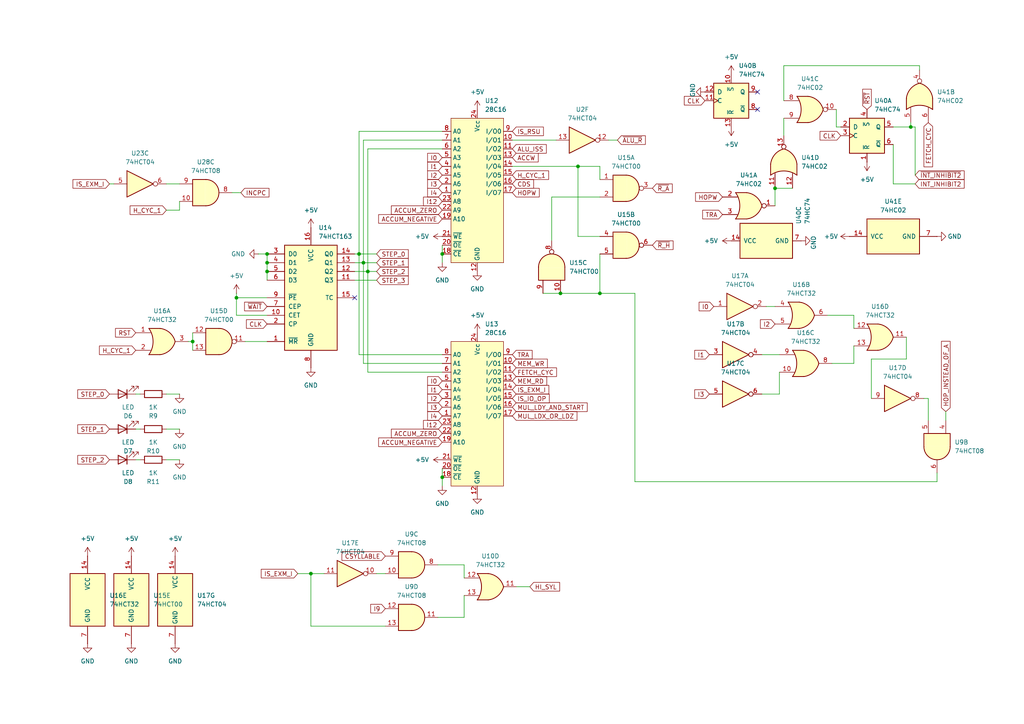
<source format=kicad_sch>
(kicad_sch (version 20250114) (generator "eeschema") (generator_version "9.0")
  (paper "A4")
  (junction (at 128.27 73.66))
  (junction (at 77.47 73.66))
  (junction (at 90.17 166.37))
  (junction (at 264.16 36.83))
  (junction (at 224.79 54.61))
  (junction (at 104.14 73.66))
  (junction (at 105.41 76.2))
  (junction (at 173.99 85.09))
  (junction (at 68.58 86.36))
  (junction (at 77.47 78.74))
  (junction (at 106.68 78.74))
  (junction (at 167.64 48.26))
  (junction (at 55.88 99.06))
  (junction (at 128.27 138.43))
  (junction (at 77.47 76.2))
  (junction (at 162.56 85.09))
  (no_connect (at 219.71 26.67))
  (no_connect (at 102.87 86.36))
  (no_connect (at 219.71 31.75))
  (wire (pts (xy 220.98 102.87) (xy 226.06 102.87)))
  (wire (pts (xy 173.99 68.58) (xy 167.64 68.58)))
  (wire (pts (xy 128.27 102.87) (xy 104.14 102.87)))
  (wire (pts (xy 68.58 86.36) (xy 77.47 86.36)))
  (wire (pts (xy 274.32 119.38) (xy 274.32 121.92)))
  (wire (pts (xy 54.61 99.06) (xy 55.88 99.06)))
  (wire (pts (xy 105.41 40.64) (xy 105.41 76.2)))
  (wire (pts (xy 259.08 53.34) (xy 265.43 53.34)))
  (wire (pts (xy 90.17 181.61) (xy 111.76 181.61)))
  (wire (pts (xy 128.27 71.12) (xy 128.27 73.66)))
  (wire (pts (xy 128.27 38.1) (xy 104.14 38.1)))
  (wire (pts (xy 48.26 114.3) (xy 52.07 114.3)))
  (wire (pts (xy 77.47 91.44) (xy 68.58 91.44)))
  (wire (pts (xy 68.58 85.09) (xy 68.58 86.36)))
  (wire (pts (xy 128.27 135.89) (xy 128.27 138.43)))
  (wire (pts (xy 134.62 179.07) (xy 127 179.07)))
  (wire (pts (xy 104.14 38.1) (xy 104.14 73.66)))
  (wire (pts (xy 40.64 114.3) (xy 39.37 114.3)))
  (wire (pts (xy 240.03 91.44) (xy 247.65 91.44)))
  (wire (pts (xy 227.33 19.05) (xy 266.7 19.05)))
  (wire (pts (xy 106.68 78.74) (xy 109.22 78.74)))
  (wire (pts (xy 128.27 40.64) (xy 105.41 40.64)))
  (wire (pts (xy 104.14 73.66) (xy 102.87 73.66)))
  (wire (pts (xy 259.08 41.91) (xy 259.08 53.34)))
  (wire (pts (xy 93.98 166.37) (xy 90.17 166.37)))
  (wire (pts (xy 262.89 97.79) (xy 262.89 104.14)))
  (wire (pts (xy 102.87 81.28) (xy 109.22 81.28)))
  (wire (pts (xy 266.7 19.05) (xy 266.7 20.32)))
  (wire (pts (xy 128.27 43.18) (xy 106.68 43.18)))
  (wire (pts (xy 264.16 36.83) (xy 264.16 35.56)))
  (wire (pts (xy 127 163.83) (xy 134.62 163.83)))
  (wire (pts (xy 269.24 115.57) (xy 269.24 121.92)))
  (wire (pts (xy 148.59 40.64) (xy 161.29 40.64)))
  (wire (pts (xy 48.26 124.46) (xy 52.07 124.46)))
  (wire (pts (xy 105.41 105.41) (xy 105.41 76.2)))
  (wire (pts (xy 265.43 36.83) (xy 264.16 36.83)))
  (wire (pts (xy 160.02 69.85) (xy 160.02 57.15)))
  (wire (pts (xy 104.14 73.66) (xy 109.22 73.66)))
  (wire (pts (xy 271.78 139.7) (xy 184.15 139.7)))
  (wire (pts (xy 226.06 114.3) (xy 226.06 107.95)))
  (wire (pts (xy 134.62 172.72) (xy 134.62 179.07)))
  (wire (pts (xy 106.68 43.18) (xy 106.68 78.74)))
  (wire (pts (xy 86.36 166.37) (xy 90.17 166.37)))
  (wire (pts (xy 184.15 85.09) (xy 173.99 85.09)))
  (wire (pts (xy 176.53 40.64) (xy 179.07 40.64)))
  (wire (pts (xy 247.65 100.33) (xy 247.65 105.41)))
  (wire (pts (xy 173.99 85.09) (xy 173.99 73.66)))
  (wire (pts (xy 40.64 124.46) (xy 39.37 124.46)))
  (wire (pts (xy 106.68 107.95) (xy 106.68 78.74)))
  (wire (pts (xy 265.43 50.8) (xy 265.43 36.83)))
  (wire (pts (xy 67.31 55.88) (xy 69.85 55.88)))
  (wire (pts (xy 74.93 73.66) (xy 77.47 73.66)))
  (wire (pts (xy 224.79 54.61) (xy 229.87 54.61)))
  (wire (pts (xy 128.27 107.95) (xy 106.68 107.95)))
  (wire (pts (xy 167.64 48.26) (xy 173.99 48.26)))
  (wire (pts (xy 162.56 85.09) (xy 173.99 85.09)))
  (wire (pts (xy 105.41 76.2) (xy 109.22 76.2)))
  (wire (pts (xy 220.98 114.3) (xy 226.06 114.3)))
  (wire (pts (xy 55.88 99.06) (xy 55.88 101.6)))
  (wire (pts (xy 242.57 36.83) (xy 243.84 36.83)))
  (wire (pts (xy 247.65 105.41) (xy 241.3 105.41)))
  (wire (pts (xy 247.65 91.44) (xy 247.65 95.25)))
  (wire (pts (xy 173.99 48.26) (xy 173.99 52.07)))
  (wire (pts (xy 31.75 53.34) (xy 33.02 53.34)))
  (wire (pts (xy 259.08 36.83) (xy 264.16 36.83)))
  (wire (pts (xy 184.15 139.7) (xy 184.15 85.09)))
  (wire (pts (xy 105.41 76.2) (xy 102.87 76.2)))
  (wire (pts (xy 224.79 59.69) (xy 224.79 54.61)))
  (wire (pts (xy 77.47 78.74) (xy 77.47 81.28)))
  (wire (pts (xy 227.33 19.05) (xy 227.33 29.21)))
  (wire (pts (xy 55.88 96.52) (xy 55.88 99.06)))
  (wire (pts (xy 271.78 137.16) (xy 271.78 139.7)))
  (wire (pts (xy 48.26 133.35) (xy 52.07 133.35)))
  (wire (pts (xy 52.07 60.96) (xy 48.26 60.96)))
  (wire (pts (xy 68.58 91.44) (xy 68.58 86.36)))
  (wire (pts (xy 52.07 58.42) (xy 52.07 60.96)))
  (wire (pts (xy 109.22 166.37) (xy 111.76 166.37)))
  (wire (pts (xy 160.02 57.15) (xy 173.99 57.15)))
  (wire (pts (xy 222.25 88.9) (xy 224.79 88.9)))
  (wire (pts (xy 149.86 170.18) (xy 153.67 170.18)))
  (wire (pts (xy 104.14 102.87) (xy 104.14 73.66)))
  (wire (pts (xy 90.17 166.37) (xy 90.17 181.61)))
  (wire (pts (xy 227.33 34.29) (xy 227.33 39.37)))
  (wire (pts (xy 267.97 115.57) (xy 269.24 115.57)))
  (wire (pts (xy 77.47 73.66) (xy 77.47 76.2)))
  (wire (pts (xy 106.68 78.74) (xy 102.87 78.74)))
  (wire (pts (xy 242.57 31.75) (xy 242.57 36.83)))
  (wire (pts (xy 71.12 99.06) (xy 77.47 99.06)))
  (wire (pts (xy 128.27 138.43) (xy 128.27 140.97)))
  (wire (pts (xy 40.64 133.35) (xy 39.37 133.35)))
  (wire (pts (xy 134.62 163.83) (xy 134.62 167.64)))
  (wire (pts (xy 252.73 104.14) (xy 252.73 115.57)))
  (wire (pts (xy 157.48 85.09) (xy 162.56 85.09)))
  (wire (pts (xy 128.27 105.41) (xy 105.41 105.41)))
  (wire (pts (xy 167.64 68.58) (xy 167.64 48.26)))
  (wire (pts (xy 262.89 104.14) (xy 252.73 104.14)))
  (wire (pts (xy 48.26 53.34) (xy 52.07 53.34)))
  (wire (pts (xy 148.59 48.26) (xy 167.64 48.26)))
  (wire (pts (xy 77.47 76.2) (xy 77.47 78.74)))
  (wire (pts (xy 128.27 73.66) (xy 128.27 76.2)))
  (global_label "FETCH_CYC" (shape input) (at 148.59 107.95 0) (property "Intersheetrefs" "${INTERSHEET_REFS}" (effects (hide yes))))
  (global_label "CLK" (shape input) (at 77.47 93.98 180) (property "Intersheetrefs" "${INTERSHEET_REFS}" (effects (hide yes))))
  (global_label "I3" (shape input) (at 128.27 118.11 180) (property "Intersheetrefs" "${INTERSHEET_REFS}" (effects (hide yes))))
  (global_label "CLK" (shape input) (at 204.47 29.21 180) (property "Intersheetrefs" "${INTERSHEET_REFS}" (effects (hide yes))))
  (global_label "STEP_3" (shape input) (at 109.22 81.28 0) (property "Intersheetrefs" "${INTERSHEET_REFS}" (effects (hide yes))))
  (global_label "INCPC" (shape input) (at 69.85 55.88 0) (property "Intersheetrefs" "${INTERSHEET_REFS}" (effects (hide yes))))
  (global_label "I2" (shape input) (at 128.27 50.8 180) (property "Intersheetrefs" "${INTERSHEET_REFS}" (effects (hide yes))))
  (global_label "I2" (shape input) (at 128.27 115.57 180) (property "Intersheetrefs" "${INTERSHEET_REFS}" (effects (hide yes))))
  (global_label "STEP_0" (shape input) (at 31.75 114.3 180) (property "Intersheetrefs" "${INTERSHEET_REFS}" (effects (hide yes))))
  (global_label "IS_RSU" (shape input) (at 148.59 38.1 0) (property "Intersheetrefs" "${INTERSHEET_REFS}" (effects (hide yes))))
  (global_label "I1" (shape input) (at 128.27 48.26 180) (property "Intersheetrefs" "${INTERSHEET_REFS}" (effects (hide yes))))
  (global_label "RST" (shape input) (at 39.37 96.52 180) (property "Intersheetrefs" "${INTERSHEET_REFS}" (effects (hide yes))))
  (global_label "MEM_RD" (shape input) (at 148.59 110.49 0) (property "Intersheetrefs" "${INTERSHEET_REFS}" (effects (hide yes))))
  (global_label "IS_EXM_I" (shape input) (at 148.59 113.03 0) (property "Intersheetrefs" "${INTERSHEET_REFS}" (effects (hide yes))))
  (global_label "HOPW" (shape input) (at 209.55 57.15 180) (property "Intersheetrefs" "${INTERSHEET_REFS}" (effects (hide yes))))
  (global_label "STEP_1" (shape input) (at 109.22 76.2 0) (property "Intersheetrefs" "${INTERSHEET_REFS}" (effects (hide yes))))
  (global_label "I1" (shape input) (at 205.74 102.87 180) (property "Intersheetrefs" "${INTERSHEET_REFS}" (effects (hide yes))))
  (global_label "I1" (shape input) (at 128.27 113.03 180) (property "Intersheetrefs" "${INTERSHEET_REFS}" (effects (hide yes))))
  (global_label "STEP_1" (shape input) (at 31.75 124.46 180) (property "Intersheetrefs" "${INTERSHEET_REFS}" (effects (hide yes))))
  (global_label "~{R_H}" (shape input) (at 189.23 71.12 0) (property "Intersheetrefs" "${INTERSHEET_REFS}" (effects (hide yes))))
  (global_label "I3" (shape input) (at 205.74 114.3 180) (property "Intersheetrefs" "${INTERSHEET_REFS}" (effects (hide yes))))
  (global_label "MEM_WR" (shape input) (at 148.59 105.41 0) (property "Intersheetrefs" "${INTERSHEET_REFS}" (effects (hide yes))))
  (global_label "H_CYC_1" (shape input) (at 48.26 60.96 180) (property "Intersheetrefs" "${INTERSHEET_REFS}" (effects (hide yes))))
  (global_label "I0" (shape input) (at 128.27 45.72 180) (property "Intersheetrefs" "${INTERSHEET_REFS}" (effects (hide yes))))
  (global_label "I4" (shape input) (at 128.27 55.88 180) (property "Intersheetrefs" "${INTERSHEET_REFS}" (effects (hide yes))))
  (global_label "~{ALU_R}" (shape input) (at 179.07 40.64 0) (property "Intersheetrefs" "${INTERSHEET_REFS}" (effects (hide yes))))
  (global_label "TRA" (shape input) (at 209.55 62.23 180) (property "Intersheetrefs" "${INTERSHEET_REFS}" (effects (hide yes))))
  (global_label "I12" (shape input) (at 128.27 123.19 180) (property "Intersheetrefs" "${INTERSHEET_REFS}" (effects (hide yes))))
  (global_label "HOP_INSTEAD_OF_A" (shape input) (at 274.32 119.38 90) (property "Intersheetrefs" "${INTERSHEET_REFS}" (effects (hide yes))))
  (global_label "~{RST}" (shape input) (at 251.46 31.75 90) (property "Intersheetrefs" "${INTERSHEET_REFS}" (effects (hide yes))))
  (global_label "TRA" (shape input) (at 148.59 102.87 0) (property "Intersheetrefs" "${INTERSHEET_REFS}" (effects (hide yes))))
  (global_label "I4" (shape input) (at 128.27 120.65 180) (property "Intersheetrefs" "${INTERSHEET_REFS}" (effects (hide yes))))
  (global_label "MUL_LDY_AND_START" (shape input) (at 148.59 118.11 0) (property "Intersheetrefs" "${INTERSHEET_REFS}" (effects (hide yes))))
  (global_label "STEP_2" (shape input) (at 109.22 78.74 0) (property "Intersheetrefs" "${INTERSHEET_REFS}" (effects (hide yes))))
  (global_label "STEP_2" (shape input) (at 31.75 133.35 180) (property "Intersheetrefs" "${INTERSHEET_REFS}" (effects (hide yes))))
  (global_label "ACCW" (shape input) (at 148.59 45.72 0) (property "Intersheetrefs" "${INTERSHEET_REFS}" (effects (hide yes))))
  (global_label "H_CYC_1" (shape input) (at 39.37 101.6 180) (property "Intersheetrefs" "${INTERSHEET_REFS}" (effects (hide yes))))
  (global_label "CSYLLABLE" (shape input) (at 111.76 161.29 180) (property "Intersheetrefs" "${INTERSHEET_REFS}" (effects (hide yes))))
  (global_label "H_CYC_1" (shape input) (at 148.59 50.8 0) (property "Intersheetrefs" "${INTERSHEET_REFS}" (effects (hide yes))))
  (global_label "I0" (shape input) (at 128.27 110.49 180) (property "Intersheetrefs" "${INTERSHEET_REFS}" (effects (hide yes))))
  (global_label "IS_IO_OP" (shape input) (at 148.59 115.57 0) (property "Intersheetrefs" "${INTERSHEET_REFS}" (effects (hide yes))))
  (global_label "INT_INHIBIT2" (shape input) (at 265.43 53.34 0) (property "Intersheetrefs" "${INTERSHEET_REFS}" (effects (hide yes))))
  (global_label "I0" (shape input) (at 207.01 88.9 180) (property "Intersheetrefs" "${INTERSHEET_REFS}" (effects (hide yes))))
  (global_label "CLK" (shape input) (at 243.84 39.37 180) (property "Intersheetrefs" "${INTERSHEET_REFS}" (effects (hide yes))))
  (global_label "I2" (shape input) (at 224.79 93.98 180) (property "Intersheetrefs" "${INTERSHEET_REFS}" (effects (hide yes))))
  (global_label "ACCUM_NEGATIVE" (shape input) (at 128.27 128.27 180) (property "Intersheetrefs" "${INTERSHEET_REFS}" (effects (hide yes))))
  (global_label "~{WAIT}" (shape input) (at 77.47 88.9 180) (property "Intersheetrefs" "${INTERSHEET_REFS}" (effects (hide yes))))
  (global_label "ACCUM_ZERO" (shape input) (at 128.27 60.96 180) (property "Intersheetrefs" "${INTERSHEET_REFS}" (effects (hide yes))))
  (global_label "HI_SYL" (shape input) (at 153.67 170.18 0) (property "Intersheetrefs" "${INTERSHEET_REFS}" (effects (hide yes))))
  (global_label "ALU_ISS" (shape input) (at 148.59 43.18 0) (property "Intersheetrefs" "${INTERSHEET_REFS}" (effects (hide yes))))
  (global_label "IS_EXM_I" (shape input) (at 31.75 53.34 180) (property "Intersheetrefs" "${INTERSHEET_REFS}" (effects (hide yes))))
  (global_label "ACCUM_NEGATIVE" (shape input) (at 128.27 63.5 180) (property "Intersheetrefs" "${INTERSHEET_REFS}" (effects (hide yes))))
  (global_label "HOPW" (shape input) (at 148.59 55.88 0) (property "Intersheetrefs" "${INTERSHEET_REFS}" (effects (hide yes))))
  (global_label "~{R_A}" (shape input) (at 189.23 54.61 0) (property "Intersheetrefs" "${INTERSHEET_REFS}" (effects (hide yes))))
  (global_label "I9" (shape input) (at 111.76 176.53 180) (property "Intersheetrefs" "${INTERSHEET_REFS}" (effects (hide yes))))
  (global_label "ACCUM_ZERO" (shape input) (at 128.27 125.73 180) (property "Intersheetrefs" "${INTERSHEET_REFS}" (effects (hide yes))))
  (global_label "CDS" (shape input) (at 148.59 53.34 0) (property "Intersheetrefs" "${INTERSHEET_REFS}" (effects (hide yes))))
  (global_label "I12" (shape input) (at 128.27 58.42 180) (property "Intersheetrefs" "${INTERSHEET_REFS}" (effects (hide yes))))
  (global_label "IS_EXM_I" (shape input) (at 86.36 166.37 180) (property "Intersheetrefs" "${INTERSHEET_REFS}" (effects (hide yes))))
  (global_label "I3" (shape input) (at 128.27 53.34 180) (property "Intersheetrefs" "${INTERSHEET_REFS}" (effects (hide yes))))
  (global_label "MUL_LDX_OR_LDZ" (shape input) (at 148.59 120.65 0) (property "Intersheetrefs" "${INTERSHEET_REFS}" (effects (hide yes))))
  (global_label "~{INT_INHIBIT2}" (shape input) (at 265.43 50.8 0) (property "Intersheetrefs" "${INTERSHEET_REFS}" (effects (hide yes))))
  (global_label "FETCH_CYC" (shape input) (at 269.24 35.56 270) (property "Intersheetrefs" "${INTERSHEET_REFS}" (effects (hide yes))))
  (global_label "STEP_0" (shape input) (at 109.22 73.66 0) (property "Intersheetrefs" "${INTERSHEET_REFS}" (effects (hide yes))))
  (symbol (lib_id "74xx:74HC00") (at 38.1 173.99 0) (unit 5)
    (property "Reference" "U15" (at 44.45 172.7199 0) (effects (justify left)))
    (property "Value" "74HCT00" (at 44.45 175.2599 0) (effects (justify left)))
    (property "Footprint" "Package_SO:SO-14_3.9x8.65mm_P1.27mm" (effects (hide yes)))
    (property "Datasheet" "http://www.ti.com/lit/gpn/sn74hc00" (effects (hide yes)))
    (property "Description" "quad 2-input NAND gate" (effects (hide yes)))
    (property "VerilogCode" "ttl_74hct00 U15(_1, _2, _3, _4, _5, _6, _9, _10, _8, _12, _13, _11);" (effects (hide yes)))
  )
  (symbol (lib_id "power:GND") (at 52.07 133.35 0) (unit 1)
    (property "Reference" "#PWR0156" (effects (hide yes)))
    (property "Value" "GND" (at 52.07 138.43 0))
    (property "Description" "Power symbol creates a global label with name \"GND\" , ground" (effects (hide yes)))
  )
  (symbol (lib_id "74xx:74LS04") (at 50.8 173.99 0) (unit 7)
    (property "Reference" "U17" (at 57.15 172.7199 0) (effects (justify left)))
    (property "Value" "74HCT04" (at 57.15 175.2599 0) (effects (justify left)))
    (property "Footprint" "Package_SO:SO-14_3.9x8.65mm_P1.27mm" (effects (hide yes)))
    (property "Datasheet" "http://www.ti.com/lit/gpn/sn74LS04" (effects (hide yes)))
    (property "Description" "Hex Inverter" (effects (hide yes)))
    (property "VerilogCode" "ttl_74hct04 U17({_1, _3, _5, _9, _11, _13}, {_2, _4, _6, _8, _10, _12});" (effects (hide yes)))
  )
  (symbol (lib_id "power:+5V") (at 246.38 68.58 90) (unit 1)
    (property "Reference" "#PWR0183" (effects (hide yes)))
    (property "Value" "+5V" (at 243.078 68.58 90) (effects (justify left)))
    (property "Description" "Power symbol creates a global label with name \"+5V\"" (effects (hide yes)))
  )
  (symbol (lib_id "power:+5V") (at 212.09 69.85 90) (unit 1)
    (property "Reference" "#PWR0186" (effects (hide yes)))
    (property "Value" "+5V" (at 208.28 69.8499 90) (effects (justify left)))
    (property "Description" "Power symbol creates a global label with name \"+5V\"" (effects (hide yes)))
  )
  (symbol (lib_id "74xx:74LS04") (at 213.36 102.87 0) (unit 2)
    (property "Reference" "U17" (at 213.36 93.98 0))
    (property "Value" "74HCT04" (at 213.36 96.52 0))
    (property "Footprint" "Package_SO:SO-14_3.9x8.65mm_P1.27mm" (effects (hide yes)))
    (property "Datasheet" "http://www.ti.com/lit/gpn/sn74LS04" (effects (hide yes)))
    (property "Description" "Hex Inverter" (effects (hide yes)))
    (property "VerilogCode" "ttl_74hct04 U17({_1, _3, _5, _9, _11, _13}, {_2, _4, _6, _8, _10, _12});" (effects (hide yes)))
  )
  (symbol (lib_id "74xx:74LS32") (at 232.41 91.44 0) (unit 2)
    (property "Reference" "U16" (at 232.41 82.55 0))
    (property "Value" "74HCT32" (at 232.41 85.09 0))
    (property "Footprint" "Package_SO:SO-14_3.9x8.65mm_P1.27mm" (effects (hide yes)))
    (property "Datasheet" "http://www.ti.com/lit/gpn/sn74LS32" (effects (hide yes)))
    (property "Description" "Quad 2-input OR" (effects (hide yes)))
    (property "VerilogCode" "ttl_74hct32 U16(_1, _2, _3, _4, _5, _6, _9, _10, _8, _12, _13, _11);" (effects (hide yes)))
  )
  (symbol (lib_id "Device:LED") (at 35.56 124.46 180) (unit 1)
    (property "Reference" "D7" (at 37.1475 130.81 0))
    (property "Value" "LED" (at 37.1475 128.27 0))
    (property "Footprint" "LED_SMD:LED_1206_3216Metric_Pad1.42x1.75mm_HandSolder" (effects (hide yes)))
  )
  (symbol (lib_id "power:+5V") (at 25.4 161.29 0) (unit 1)
    (property "Reference" "#PWR057" (effects (hide yes)))
    (property "Value" "+5V" (at 25.4 156.21 0))
    (property "Description" "Power symbol creates a global label with name \"+5V\"" (effects (hide yes)))
  )
  (symbol (lib_id "TholinsStuff:28C16") (at 138.43 95.25 0) (unit 1)
    (property "Reference" "U13" (at 140.6241 93.98 0) (effects (justify left)))
    (property "Value" "28C16" (at 140.6241 96.52 0) (effects (justify left)))
    (property "Footprint" "Package_DIP:DIP-24_W15.24mm_Socket" (effects (hide yes)))
    (property "Description" "EEPROM 2KiB" (effects (hide yes)))
    (property "VerilogCode" "mem_28C16 U13(`A, nWE, nOE, nCE, `I_O);" (effects (hide yes)))
  )
  (symbol (lib_id "Device:LED") (at 35.56 133.35 180) (unit 1)
    (property "Reference" "D8" (at 37.1475 139.7 0))
    (property "Value" "LED" (at 37.1475 137.16 0))
    (property "Footprint" "LED_SMD:LED_1206_3216Metric_Pad1.42x1.75mm_HandSolder" (effects (hide yes)))
  )
  (symbol (lib_id "74xx:74HC74") (at 212.09 29.21 0) (unit 2)
    (property "Reference" "U40" (at 214.2333 19.05 0) (effects (justify left)))
    (property "Value" "74HC74" (at 214.2333 21.59 0) (effects (justify left)))
    (property "Footprint" "Package_SO:SO-14_3.9x8.65mm_P1.27mm" (effects (hide yes)))
    (property "Datasheet" "74xx/74hc_hct74.pdf" (effects (hide yes)))
    (property "Description" "Dual D Flip-flop, Set & Reset" (effects (hide yes)))
    (property "VerilogCode" "ttl_74hc74 U40(D_2, C_3, nS_4, nR_1, Q_5, nQ_6, D_12, C_11, nS_10, nR_13, Q_9, nQ_8);" (effects (hide yes)))
  )
  (symbol (lib_id "power:+5V") (at 212.09 21.59 0) (unit 1)
    (property "Reference" "#PWR0188" (effects (hide yes)))
    (property "Value" "+5V" (at 212.09 16.51 0))
    (property "Description" "Power symbol creates a global label with name \"+5V\"" (effects (hide yes)))
  )
  (symbol (lib_id "power:GND") (at 271.78 68.58 90) (unit 1)
    (property "Reference" "#PWR0184" (effects (hide yes)))
    (property "Value" "GND" (at 274.828 68.58 90) (effects (justify right)))
    (property "Description" "Power symbol creates a global label with name \"GND\" , ground" (effects (hide yes)))
  )
  (symbol (lib_id "74xx:74HC02") (at 266.7 27.94 90) (unit 2)
    (property "Reference" "U41" (at 271.78 26.6699 90) (effects (justify right)))
    (property "Value" "74HC02" (at 271.78 29.2099 90) (effects (justify right)))
    (property "Footprint" "Package_SO:SO-14_3.9x8.65mm_P1.27mm" (effects (hide yes)))
    (property "Datasheet" "http://www.ti.com/lit/gpn/sn74hc02" (effects (hide yes)))
    (property "Description" "quad 2-input NOR gate" (effects (hide yes)))
    (property "VerilogCode" "ttl_74hct02 U41(_1, _2, _3, _4, _5, _6, _9, _10, _8, _12, _13, _11);" (effects (hide yes)))
  )
  (symbol (lib_id "power:GND") (at 204.47 26.67 270) (unit 1)
    (property "Reference" "#PWR0189" (effects (hide yes)))
    (property "Value" "GND" (at 200.914 28.194 0) (effects (justify right)))
    (property "Description" "Power symbol creates a global label with name \"GND\" , ground" (effects (hide yes)))
  )
  (symbol (lib_id "power:GND") (at 50.8 186.69 0) (unit 1)
    (property "Reference" "#PWR060" (effects (hide yes)))
    (property "Value" "GND" (at 50.8 191.77 0))
    (property "Description" "Power symbol creates a global label with name \"GND\" , ground" (effects (hide yes)))
  )
  (symbol (lib_id "74xx:74LS04") (at 260.35 115.57 0) (unit 4)
    (property "Reference" "U17" (at 260.35 106.68 0))
    (property "Value" "74HCT04" (at 260.35 109.22 0))
    (property "Footprint" "Package_SO:SO-14_3.9x8.65mm_P1.27mm" (effects (hide yes)))
    (property "Datasheet" "http://www.ti.com/lit/gpn/sn74LS04" (effects (hide yes)))
    (property "Description" "Hex Inverter" (effects (hide yes)))
    (property "VerilogCode" "ttl_74hct04 U17({_1, _3, _5, _9, _11, _13}, {_2, _4, _6, _8, _10, _12});" (effects (hide yes)))
  )
  (symbol (lib_id "power:+5V") (at 90.17 66.04 0) (unit 1)
    (property "Reference" "#PWR047" (effects (hide yes)))
    (property "Value" "+5V" (at 90.17 60.96 0))
    (property "Description" "Power symbol creates a global label with name \"+5V\"" (effects (hide yes)))
  )
  (symbol (lib_id "74xx:74LS32") (at 255.27 97.79 0) (unit 4)
    (property "Reference" "U16" (at 255.27 88.9 0))
    (property "Value" "74HCT32" (at 255.27 91.44 0))
    (property "Footprint" "Package_SO:SO-14_3.9x8.65mm_P1.27mm" (effects (hide yes)))
    (property "Datasheet" "http://www.ti.com/lit/gpn/sn74LS32" (effects (hide yes)))
    (property "Description" "Quad 2-input OR" (effects (hide yes)))
    (property "VerilogCode" "ttl_74hct32 U16(_1, _2, _3, _4, _5, _6, _9, _10, _8, _12, _13, _11);" (effects (hide yes)))
  )
  (symbol (lib_id "power:GND") (at 25.4 186.69 0) (unit 1)
    (property "Reference" "#PWR058" (effects (hide yes)))
    (property "Value" "GND" (at 25.4 191.77 0))
    (property "Description" "Power symbol creates a global label with name \"GND\" , ground" (effects (hide yes)))
  )
  (symbol (lib_id "74xx:74HC74") (at 222.25 69.85 90) (unit 3)
    (property "Reference" "U40" (at 231.648 65.024 0) (effects (justify left)))
    (property "Value" "74HC74" (at 234.188 65.024 0) (effects (justify left)))
    (property "Footprint" "Package_SO:SO-14_3.9x8.65mm_P1.27mm" (effects (hide yes)))
    (property "Datasheet" "74xx/74hc_hct74.pdf" (effects (hide yes)))
    (property "Description" "Dual D Flip-flop, Set & Reset" (effects (hide yes)))
    (property "VerilogCode" "ttl_74hc74 U40(D_2, C_3, nS_4, nR_1, Q_5, nQ_6, D_12, C_11, nS_10, nR_13, Q_9, nQ_8);" (effects (hide yes)))
  )
  (symbol (lib_id "power:GND") (at 90.17 106.68 0) (unit 1)
    (property "Reference" "#PWR048" (effects (hide yes)))
    (property "Value" "GND" (at 90.17 111.76 0))
    (property "Description" "Power symbol creates a global label with name \"GND\" , ground" (effects (hide yes)))
  )
  (symbol (lib_id "74xx:74LS04") (at 101.6 166.37 0) (unit 5)
    (property "Reference" "U17" (at 101.6 157.48 0))
    (property "Value" "74HCT04" (at 101.6 160.02 0))
    (property "Footprint" "Package_SO:SO-14_3.9x8.65mm_P1.27mm" (effects (hide yes)))
    (property "Datasheet" "http://www.ti.com/lit/gpn/sn74LS04" (effects (hide yes)))
    (property "Description" "Hex Inverter" (effects (hide yes)))
    (property "VerilogCode" "ttl_74hct04 U17({_1, _3, _5, _9, _11, _13}, {_2, _4, _6, _8, _10, _12});" (effects (hide yes)))
  )
  (symbol (lib_id "74xx:74HC00") (at 160.02 77.47 90) (unit 3)
    (property "Reference" "U15" (at 165.1 76.2082 90) (effects (justify right)))
    (property "Value" "74HCT00" (at 165.1 78.7482 90) (effects (justify right)))
    (property "Footprint" "Package_SO:SO-14_3.9x8.65mm_P1.27mm" (effects (hide yes)))
    (property "Datasheet" "http://www.ti.com/lit/gpn/sn74hc00" (effects (hide yes)))
    (property "Description" "quad 2-input NAND gate" (effects (hide yes)))
    (property "VerilogCode" "ttl_74hct00 U15(_1, _2, _3, _4, _5, _6, _9, _10, _8, _12, _13, _11);" (effects (hide yes)))
  )
  (symbol (lib_id "Device:R") (at 44.45 114.3 270) (unit 1)
    (property "Reference" "R9" (at 44.45 120.65 90))
    (property "Value" "1K" (at 44.45 118.11 90))
    (property "Footprint" "Resistor_SMD:R_1206_3216Metric_Pad1.30x1.75mm_HandSolder" (effects (hide yes)))
    (property "VerilogCode" "assign _1 = _2;" (effects (hide yes)))
  )
  (symbol (lib_id "power:GND") (at 74.93 73.66 270) (unit 1)
    (property "Reference" "#PWR049" (effects (hide yes)))
    (property "Value" "GND" (at 71.12 73.6599 90) (effects (justify right)))
    (property "Description" "Power symbol creates a global label with name \"GND\" , ground" (effects (hide yes)))
  )
  (symbol (lib_id "74xx:74HC02") (at 259.08 68.58 90) (unit 5)
    (property "Reference" "U41" (at 259.08 58.42 90))
    (property "Value" "74HC02" (at 259.08 60.96 90))
    (property "Footprint" "Package_SO:SO-14_3.9x8.65mm_P1.27mm" (effects (hide yes)))
    (property "Datasheet" "http://www.ti.com/lit/gpn/sn74hc02" (effects (hide yes)))
    (property "Description" "quad 2-input NOR gate" (effects (hide yes)))
    (property "VerilogCode" "ttl_74hct02 U41(_1, _2, _3, _4, _5, _6, _9, _10, _8, _12, _13, _11);" (effects (hide yes)))
  )
  (symbol (lib_id "74xx:74HC74") (at 251.46 39.37 0) (unit 1)
    (property "Reference" "U40" (at 253.6033 29.21 0) (effects (justify left)))
    (property "Value" "74HC74" (at 253.6033 31.75 0) (effects (justify left)))
    (property "Footprint" "Package_SO:SO-14_3.9x8.65mm_P1.27mm" (effects (hide yes)))
    (property "Datasheet" "74xx/74hc_hct74.pdf" (effects (hide yes)))
    (property "Description" "Dual D Flip-flop, Set & Reset" (effects (hide yes)))
    (property "VerilogCode" "ttl_74hc74 U40(D_2, C_3, nS_4, nR_1, Q_5, nQ_6, D_12, C_11, nS_10, nR_13, Q_9, nQ_8);" (effects (hide yes)))
  )
  (symbol (lib_id "74xx:74HC00") (at 181.61 54.61 0) (unit 1)
    (property "Reference" "U15" (at 181.6017 45.72 0))
    (property "Value" "74HCT00" (at 181.6017 48.26 0))
    (property "Footprint" "Package_SO:SO-14_3.9x8.65mm_P1.27mm" (effects (hide yes)))
    (property "Datasheet" "http://www.ti.com/lit/gpn/sn74hc00" (effects (hide yes)))
    (property "Description" "quad 2-input NAND gate" (effects (hide yes)))
    (property "VerilogCode" "ttl_74hct00 U15(_1, _2, _3, _4, _5, _6, _9, _10, _8, _12, _13, _11);" (effects (hide yes)))
  )
  (symbol (lib_id "TholinsStuff:28C16") (at 138.43 30.48 0) (unit 1)
    (property "Reference" "U12" (at 140.6241 29.21 0) (effects (justify left)))
    (property "Value" "28C16" (at 140.6241 31.75 0) (effects (justify left)))
    (property "Footprint" "Package_DIP:DIP-24_W15.24mm_Socket" (effects (hide yes)))
    (property "Description" "EEPROM 2KiB" (effects (hide yes)))
    (property "VerilogCode" "mem_28C16 U12(`A, nWE, nOE, nCE, `I_O);" (effects (hide yes)))
  )
  (symbol (lib_id "74xx:74LS32") (at 142.24 170.18 0) (unit 4)
    (property "Reference" "U10" (at 142.24 161.29 0))
    (property "Value" "74HCT32" (at 142.24 163.83 0))
    (property "Footprint" "Package_SO:SO-14_3.9x8.65mm_P1.27mm" (effects (hide yes)))
    (property "Datasheet" "http://www.ti.com/lit/gpn/sn74LS32" (effects (hide yes)))
    (property "Description" "Quad 2-input OR" (effects (hide yes)))
    (property "VerilogCode" "ttl_74hct32 U10(_1, _2, _3, _4, _5, _6, _9, _10, _8, _12, _13, _11);" (effects (hide yes)))
  )
  (symbol (lib_id "power:+5V") (at 38.1 161.29 0) (unit 1)
    (property "Reference" "#PWR055" (effects (hide yes)))
    (property "Value" "+5V" (at 38.1 156.21 0))
    (property "Description" "Power symbol creates a global label with name \"+5V\"" (effects (hide yes)))
  )
  (symbol (lib_id "power:+5V") (at 128.27 68.58 90) (unit 1)
    (property "Reference" "#PWR051" (effects (hide yes)))
    (property "Value" "+5V" (at 124.46 68.5799 90) (effects (justify left)))
    (property "Description" "Power symbol creates a global label with name \"+5V\"" (effects (hide yes)))
  )
  (symbol (lib_id "power:GND") (at 138.43 143.51 0) (unit 1)
    (property "Reference" "#PWR046" (effects (hide yes)))
    (property "Value" "GND" (at 138.43 148.59 0))
    (property "Description" "Power symbol creates a global label with name \"GND\" , ground" (effects (hide yes)))
  )
  (symbol (lib_id "74xx:74LS04") (at 213.36 114.3 0) (unit 3)
    (property "Reference" "U17" (at 213.36 105.41 0))
    (property "Value" "74HCT04" (at 213.36 107.95 0))
    (property "Footprint" "Package_SO:SO-14_3.9x8.65mm_P1.27mm" (effects (hide yes)))
    (property "Datasheet" "http://www.ti.com/lit/gpn/sn74LS04" (effects (hide yes)))
    (property "Description" "Hex Inverter" (effects (hide yes)))
    (property "VerilogCode" "ttl_74hct04 U17({_1, _3, _5, _9, _11, _13}, {_2, _4, _6, _8, _10, _12});" (effects (hide yes)))
  )
  (symbol (lib_id "74xx:74LS08") (at 119.38 163.83 0) (unit 3)
    (property "Reference" "U9" (at 119.3717 154.94 0))
    (property "Value" "74HCT08" (at 119.3717 157.48 0))
    (property "Footprint" "Package_SO:SO-14_3.9x8.65mm_P1.27mm" (effects (hide yes)))
    (property "Datasheet" "http://www.ti.com/lit/gpn/sn74LS08" (effects (hide yes)))
    (property "Description" "Quad And2" (effects (hide yes)))
    (property "VerilogCode" "ttl_74hct08 U9(_1, _2, _3, _4, _5, _6, _9, _10, _8, _12, _13, _11);" (effects (hide yes)))
  )
  (symbol (lib_id "power:GND") (at 128.27 76.2 0) (unit 1)
    (property "Reference" "#PWR053" (effects (hide yes)))
    (property "Value" "GND" (at 128.27 81.28 0))
    (property "Description" "Power symbol creates a global label with name \"GND\" , ground" (effects (hide yes)))
  )
  (symbol (lib_id "power:GND") (at 38.1 186.69 0) (unit 1)
    (property "Reference" "#PWR056" (effects (hide yes)))
    (property "Value" "GND" (at 38.1 191.77 0))
    (property "Description" "Power symbol creates a global label with name \"GND\" , ground" (effects (hide yes)))
  )
  (symbol (lib_id "74xx:74HC02") (at 217.17 59.69 0) (unit 1)
    (property "Reference" "U41" (at 217.17 50.8 0))
    (property "Value" "74HC02" (at 217.17 53.34 0))
    (property "Footprint" "Package_SO:SO-14_3.9x8.65mm_P1.27mm" (effects (hide yes)))
    (property "Datasheet" "http://www.ti.com/lit/gpn/sn74hc02" (effects (hide yes)))
    (property "Description" "quad 2-input NOR gate" (effects (hide yes)))
    (property "VerilogCode" "ttl_74hct02 U41(_1, _2, _3, _4, _5, _6, _9, _10, _8, _12, _13, _11);" (effects (hide yes)))
  )
  (symbol (lib_id "power:GND") (at 52.07 124.46 0) (unit 1)
    (property "Reference" "#PWR0155" (effects (hide yes)))
    (property "Value" "GND" (at 52.07 129.54 0))
    (property "Description" "Power symbol creates a global label with name \"GND\" , ground" (effects (hide yes)))
  )
  (symbol (lib_id "power:+5V") (at 68.58 85.09 0) (unit 1)
    (property "Reference" "#PWR050" (effects (hide yes)))
    (property "Value" "+5V" (at 68.58 80.01 0))
    (property "Description" "Power symbol creates a global label with name \"+5V\"" (effects (hide yes)))
  )
  (symbol (lib_id "power:GND") (at 128.27 140.97 0) (unit 1)
    (property "Reference" "#PWR054" (effects (hide yes)))
    (property "Value" "GND" (at 128.27 146.05 0))
    (property "Description" "Power symbol creates a global label with name \"GND\" , ground" (effects (hide yes)))
  )
  (symbol (lib_id "74xx:74LS32") (at 233.68 105.41 0) (unit 3)
    (property "Reference" "U16" (at 233.68 96.52 0))
    (property "Value" "74HCT32" (at 233.68 99.06 0))
    (property "Footprint" "Package_SO:SO-14_3.9x8.65mm_P1.27mm" (effects (hide yes)))
    (property "Datasheet" "http://www.ti.com/lit/gpn/sn74LS32" (effects (hide yes)))
    (property "Description" "Quad 2-input OR" (effects (hide yes)))
    (property "VerilogCode" "ttl_74hct32 U16(_1, _2, _3, _4, _5, _6, _9, _10, _8, _12, _13, _11);" (effects (hide yes)))
  )
  (symbol (lib_id "74xx:74LS163") (at 90.17 86.36 0) (unit 1)
    (property "Reference" "U14" (at 92.3641 66.04 0) (effects (justify left)))
    (property "Value" "74HCT163" (at 92.3641 68.58 0) (effects (justify left)))
    (property "Footprint" "Package_DIP:DIP-16_W7.62mm" (effects (hide yes)))
    (property "Datasheet" "http://www.ti.com/lit/gpn/sn74LS163" (effects (hide yes)))
    (property "Description" "Synchronous 4-bit programmable binary Counter" (effects (hide yes)))
    (property "VerilogCode" "ttl_74hct163 U14(`D, nPE, CEP, CET, CP, nMR, `Q, TC);" (effects (hide yes)))
  )
  (symbol (lib_id "74xx:74LS32") (at 25.4 173.99 0) (unit 5)
    (property "Reference" "U16" (at 31.75 172.7199 0) (effects (justify left)))
    (property "Value" "74HCT32" (at 31.75 175.2599 0) (effects (justify left)))
    (property "Footprint" "Package_SO:SO-14_3.9x8.65mm_P1.27mm" (effects (hide yes)))
    (property "Datasheet" "http://www.ti.com/lit/gpn/sn74LS32" (effects (hide yes)))
    (property "Description" "Quad 2-input OR" (effects (hide yes)))
    (property "VerilogCode" "ttl_74hct32 U16(_1, _2, _3, _4, _5, _6, _9, _10, _8, _12, _13, _11);" (effects (hide yes)))
  )
  (symbol (lib_id "Device:R") (at 44.45 124.46 270) (unit 1)
    (property "Reference" "R10" (at 44.45 130.81 90))
    (property "Value" "1K" (at 44.45 128.27 90))
    (property "Footprint" "Resistor_SMD:R_1206_3216Metric_Pad1.30x1.75mm_HandSolder" (effects (hide yes)))
    (property "VerilogCode" "assign _1 = _2;" (effects (hide yes)))
  )
  (symbol (lib_id "74xx:74HC00") (at 63.5 99.06 0) (unit 4)
    (property "Reference" "U15" (at 63.4917 90.17 0))
    (property "Value" "74HCT00" (at 63.4917 92.71 0))
    (property "Footprint" "Package_SO:SO-14_3.9x8.65mm_P1.27mm" (effects (hide yes)))
    (property "Datasheet" "http://www.ti.com/lit/gpn/sn74hc00" (effects (hide yes)))
    (property "Description" "quad 2-input NAND gate" (effects (hide yes)))
    (property "VerilogCode" "ttl_74hct00 U15(_1, _2, _3, _4, _5, _6, _9, _10, _8, _12, _13, _11);" (effects (hide yes)))
  )
  (symbol (lib_id "74xx:74HC00") (at 181.61 71.12 0) (unit 2)
    (property "Reference" "U15" (at 181.6017 62.23 0))
    (property "Value" "74HCT00" (at 181.6017 64.77 0))
    (property "Footprint" "Package_SO:SO-14_3.9x8.65mm_P1.27mm" (effects (hide yes)))
    (property "Datasheet" "http://www.ti.com/lit/gpn/sn74hc00" (effects (hide yes)))
    (property "Description" "quad 2-input NAND gate" (effects (hide yes)))
    (property "VerilogCode" "ttl_74hct00 U15(_1, _2, _3, _4, _5, _6, _9, _10, _8, _12, _13, _11);" (effects (hide yes)))
  )
  (symbol (lib_id "power:+5V") (at 50.8 161.29 0) (unit 1)
    (property "Reference" "#PWR059" (effects (hide yes)))
    (property "Value" "+5V" (at 50.8 156.21 0))
    (property "Description" "Power symbol creates a global label with name \"+5V\"" (effects (hide yes)))
  )
  (symbol (lib_id "power:GND") (at 232.41 69.85 90) (unit 1)
    (property "Reference" "#PWR0185" (effects (hide yes)))
    (property "Value" "GND" (at 235.966 68.326 0) (effects (justify right)))
    (property "Description" "Power symbol creates a global label with name \"GND\" , ground" (effects (hide yes)))
  )
  (symbol (lib_id "74xx:74HC04") (at 40.64 53.34 0) (unit 3)
    (property "Reference" "U23" (at 40.64 44.45 0))
    (property "Value" "74HCT04" (at 40.64 46.99 0))
    (property "Footprint" "Package_SO:SO-14_3.9x8.65mm_P1.27mm" (effects (hide yes)))
    (property "Datasheet" "https://assets.nexperia.com/documents/data-sheet/74HC_HCT04.pdf" (effects (hide yes)))
    (property "Description" "Hex Inverter" (effects (hide yes)))
    (property "VerilogCode" "ttl_74hct04 U23({_1, _3, _5, _9, _11, _13}, {_2, _4, _6, _8, _10, _12});" (effects (hide yes)))
  )
  (symbol (lib_id "74xx:74HC02") (at 227.33 46.99 90) (unit 4)
    (property "Reference" "U41" (at 232.41 45.7199 90) (effects (justify right)))
    (property "Value" "74HC02" (at 232.41 48.2599 90) (effects (justify right)))
    (property "Footprint" "Package_SO:SO-14_3.9x8.65mm_P1.27mm" (effects (hide yes)))
    (property "Datasheet" "http://www.ti.com/lit/gpn/sn74hc02" (effects (hide yes)))
    (property "Description" "quad 2-input NOR gate" (effects (hide yes)))
    (property "VerilogCode" "ttl_74hct02 U41(_1, _2, _3, _4, _5, _6, _9, _10, _8, _12, _13, _11);" (effects (hide yes)))
  )
  (symbol (lib_id "power:GND") (at 52.07 114.3 0) (unit 1)
    (property "Reference" "#PWR0154" (effects (hide yes)))
    (property "Value" "GND" (at 52.07 119.38 0))
    (property "Description" "Power symbol creates a global label with name \"GND\" , ground" (effects (hide yes)))
  )
  (symbol (lib_id "power:+5V") (at 128.27 133.35 90) (unit 1)
    (property "Reference" "#PWR052" (effects (hide yes)))
    (property "Value" "+5V" (at 124.46 133.3499 90) (effects (justify left)))
    (property "Description" "Power symbol creates a global label with name \"+5V\"" (effects (hide yes)))
  )
  (symbol (lib_id "power:+5V") (at 212.09 36.83 180) (unit 1)
    (property "Reference" "#PWR0187" (effects (hide yes)))
    (property "Value" "+5V" (at 212.09 41.91 0))
    (property "Description" "Power symbol creates a global label with name \"+5V\"" (effects (hide yes)))
  )
  (symbol (lib_id "74xx:74LS32") (at 46.99 99.06 0) (unit 1)
    (property "Reference" "U16" (at 46.99 90.17 0))
    (property "Value" "74HCT32" (at 46.99 92.71 0))
    (property "Footprint" "Package_SO:SO-14_3.9x8.65mm_P1.27mm" (effects (hide yes)))
    (property "Datasheet" "http://www.ti.com/lit/gpn/sn74LS32" (effects (hide yes)))
    (property "Description" "Quad 2-input OR" (effects (hide yes)))
    (property "VerilogCode" "ttl_74hct32 U16(_1, _2, _3, _4, _5, _6, _9, _10, _8, _12, _13, _11);" (effects (hide yes)))
  )
  (symbol (lib_id "Device:R") (at 44.45 133.35 270) (unit 1)
    (property "Reference" "R11" (at 44.45 139.7 90))
    (property "Value" "1K" (at 44.45 137.16 90))
    (property "Footprint" "Resistor_SMD:R_1206_3216Metric_Pad1.30x1.75mm_HandSolder" (effects (hide yes)))
    (property "VerilogCode" "assign _1 = _2;" (effects (hide yes)))
  )
  (symbol (lib_id "74xx:74HC02") (at 234.95 31.75 0) (unit 3)
    (property "Reference" "U41" (at 234.95 22.86 0))
    (property "Value" "74HC02" (at 234.95 25.4 0))
    (property "Footprint" "Package_SO:SO-14_3.9x8.65mm_P1.27mm" (effects (hide yes)))
    (property "Datasheet" "http://www.ti.com/lit/gpn/sn74hc02" (effects (hide yes)))
    (property "Description" "quad 2-input NOR gate" (effects (hide yes)))
    (property "VerilogCode" "ttl_74hct02 U41(_1, _2, _3, _4, _5, _6, _9, _10, _8, _12, _13, _11);" (effects (hide yes)))
  )
  (symbol (lib_id "power:+5V") (at 138.43 31.75 0) (unit 1)
    (property "Reference" "#PWR044" (effects (hide yes)))
    (property "Value" "+5V" (at 138.43 26.67 0))
    (property "Description" "Power symbol creates a global label with name \"+5V\"" (effects (hide yes)))
  )
  (symbol (lib_id "74xx:74HC04") (at 168.91 40.64 0) (unit 6)
    (property "Reference" "U2" (at 168.91 31.75 0))
    (property "Value" "74HCT04" (at 168.91 34.29 0))
    (property "Footprint" "Package_SO:SO-14_3.9x8.65mm_P1.27mm" (effects (hide yes)))
    (property "Datasheet" "https://assets.nexperia.com/documents/data-sheet/74HC_HCT04.pdf" (effects (hide yes)))
    (property "Description" "Hex Inverter" (effects (hide yes)))
    (property "VerilogCode" "ttl_74hct04 U2({_1, _3, _5, _9, _11, _13}, {_2, _4, _6, _8, _10, _12});" (effects (hide yes)))
  )
  (symbol (lib_id "74xx:74LS08") (at 119.38 179.07 0) (unit 4)
    (property "Reference" "U9" (at 119.3717 170.18 0))
    (property "Value" "74HCT08" (at 119.3717 172.72 0))
    (property "Footprint" "Package_SO:SO-14_3.9x8.65mm_P1.27mm" (effects (hide yes)))
    (property "Datasheet" "http://www.ti.com/lit/gpn/sn74LS08" (effects (hide yes)))
    (property "Description" "Quad And2" (effects (hide yes)))
    (property "VerilogCode" "ttl_74hct08 U9(_1, _2, _3, _4, _5, _6, _9, _10, _8, _12, _13, _11);" (effects (hide yes)))
  )
  (symbol (lib_id "power:+5V") (at 138.43 96.52 0) (unit 1)
    (property "Reference" "#PWR043" (effects (hide yes)))
    (property "Value" "+5V" (at 138.43 91.44 0))
    (property "Description" "Power symbol creates a global label with name \"+5V\"" (effects (hide yes)))
  )
  (symbol (lib_id "74xx:74LS08") (at 59.69 55.88 0) (unit 3)
    (property "Reference" "U28" (at 59.6817 46.99 0))
    (property "Value" "74HCT08" (at 59.6817 49.53 0))
    (property "Footprint" "Package_SO:SO-14_3.9x8.65mm_P1.27mm" (effects (hide yes)))
    (property "Datasheet" "http://www.ti.com/lit/gpn/sn74LS08" (effects (hide yes)))
    (property "Description" "Quad And2" (effects (hide yes)))
    (property "VerilogCode" "ttl_74hct08 U28(_1, _2, _3, _4, _5, _6, _9, _10, _8, _12, _13, _11);" (effects (hide yes)))
  )
  (symbol (lib_id "power:GND") (at 138.43 78.74 0) (unit 1)
    (property "Reference" "#PWR045" (effects (hide yes)))
    (property "Value" "GND" (at 138.43 83.82 0))
    (property "Description" "Power symbol creates a global label with name \"GND\" , ground" (effects (hide yes)))
  )
  (symbol (lib_id "Device:LED") (at 35.56 114.3 180) (unit 1)
    (property "Reference" "D6" (at 37.1475 120.65 0))
    (property "Value" "LED" (at 37.1475 118.11 0))
    (property "Footprint" "LED_SMD:LED_1206_3216Metric_Pad1.42x1.75mm_HandSolder" (effects (hide yes)))
  )
  (symbol (lib_id "74xx:74LS08") (at 271.78 129.54 270) (unit 2)
    (property "Reference" "U9" (at 276.86 128.2616 90) (effects (justify left)))
    (property "Value" "74HCT08" (at 276.86 130.8016 90) (effects (justify left)))
    (property "Footprint" "Package_SO:SO-14_3.9x8.65mm_P1.27mm" (effects (hide yes)))
    (property "Datasheet" "http://www.ti.com/lit/gpn/sn74LS08" (effects (hide yes)))
    (property "Description" "Quad And2" (effects (hide yes)))
    (property "VerilogCode" "ttl_74hct08 U9(_1, _2, _3, _4, _5, _6, _9, _10, _8, _12, _13, _11);" (effects (hide yes)))
  )
  (symbol (lib_id "power:+5V") (at 251.46 46.99 180) (unit 1)
    (property "Reference" "#PWR0135" (effects (hide yes)))
    (property "Value" "+5V" (at 251.46 52.07 0))
    (property "Description" "Power symbol creates a global label with name \"+5V\"" (effects (hide yes)))
  )
  (symbol (lib_id "74xx:74LS04") (at 214.63 88.9 0) (unit 1)
    (property "Reference" "U17" (at 214.63 80.01 0))
    (property "Value" "74HCT04" (at 214.63 82.55 0))
    (property "Footprint" "Package_SO:SO-14_3.9x8.65mm_P1.27mm" (effects (hide yes)))
    (property "Datasheet" "http://www.ti.com/lit/gpn/sn74LS04" (effects (hide yes)))
    (property "Description" "Hex Inverter" (effects (hide yes)))
    (property "VerilogCode" "ttl_74hct04 U17({_1, _3, _5, _9, _11, _13}, {_2, _4, _6, _8, _10, _12});" (effects (hide yes)))
  )
)
</source>
